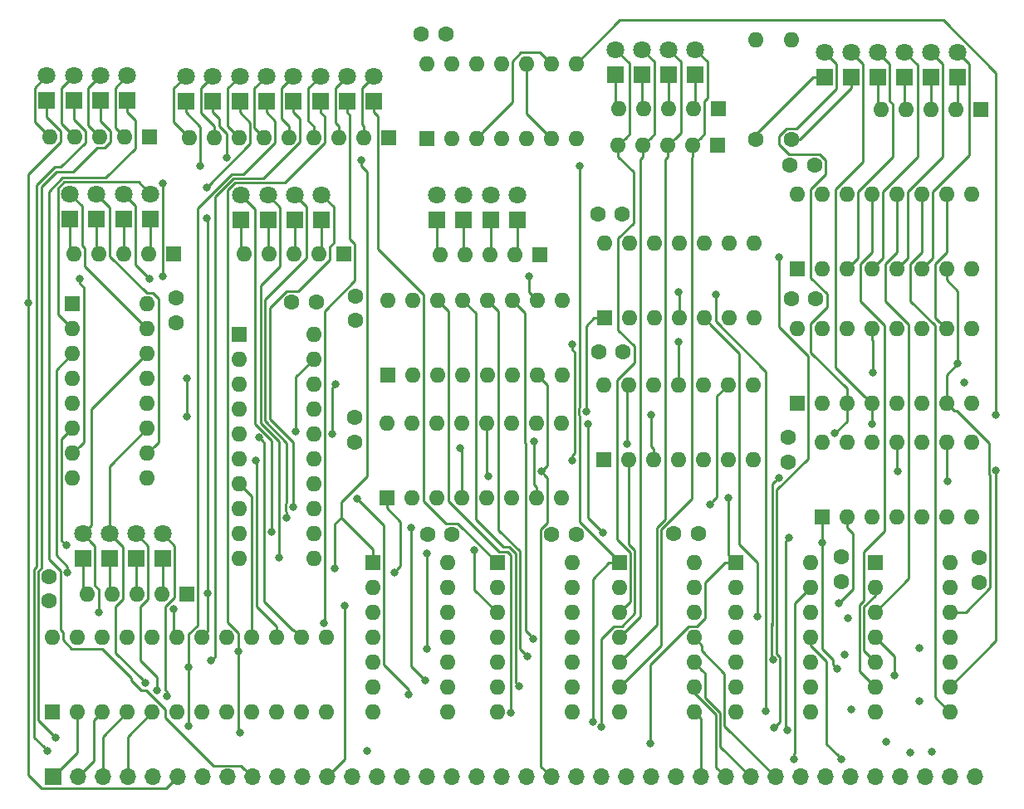
<source format=gbr>
G04 #@! TF.GenerationSoftware,KiCad,Pcbnew,(5.1.4-0-10_14)*
G04 #@! TF.CreationDate,2020-07-24T15:49:08-07:00*
G04 #@! TF.ProjectId,ya4b-alu,79613462-2d61-46c7-952e-6b696361645f,rev?*
G04 #@! TF.SameCoordinates,Original*
G04 #@! TF.FileFunction,Copper,L4,Bot*
G04 #@! TF.FilePolarity,Positive*
%FSLAX46Y46*%
G04 Gerber Fmt 4.6, Leading zero omitted, Abs format (unit mm)*
G04 Created by KiCad (PCBNEW (5.1.4-0-10_14)) date 2020-07-24 15:49:08*
%MOMM*%
%LPD*%
G04 APERTURE LIST*
%ADD10O,1.600000X1.600000*%
%ADD11R,1.600000X1.600000*%
%ADD12C,1.600000*%
%ADD13O,1.700000X1.700000*%
%ADD14R,1.700000X1.700000*%
%ADD15C,1.800000*%
%ADD16R,1.800000X1.800000*%
%ADD17C,0.800000*%
%ADD18C,0.250000*%
G04 APERTURE END LIST*
D10*
X109570520Y-143352520D03*
X101950520Y-158592520D03*
X109570520Y-145892520D03*
X101950520Y-156052520D03*
X109570520Y-148432520D03*
X101950520Y-153512520D03*
X109570520Y-150972520D03*
X101950520Y-150972520D03*
X109570520Y-153512520D03*
X101950520Y-148432520D03*
X109570520Y-156052520D03*
X101950520Y-145892520D03*
X109570520Y-158592520D03*
D11*
X101950520Y-143352520D03*
D10*
X122234960Y-143322040D03*
X114614960Y-158562040D03*
X122234960Y-145862040D03*
X114614960Y-156022040D03*
X122234960Y-148402040D03*
X114614960Y-153482040D03*
X122234960Y-150942040D03*
X114614960Y-150942040D03*
X122234960Y-153482040D03*
X114614960Y-148402040D03*
X122234960Y-156022040D03*
X114614960Y-145862040D03*
X122234960Y-158562040D03*
D11*
X114614960Y-143322040D03*
D10*
X103383080Y-129118360D03*
X121163080Y-136738360D03*
X105923080Y-129118360D03*
X118623080Y-136738360D03*
X108463080Y-129118360D03*
X116083080Y-136738360D03*
X111003080Y-129118360D03*
X113543080Y-136738360D03*
X113543080Y-129118360D03*
X111003080Y-136738360D03*
X116083080Y-129118360D03*
X108463080Y-136738360D03*
X118623080Y-129118360D03*
X105923080Y-136738360D03*
X121163080Y-129118360D03*
D11*
X103383080Y-136738360D03*
D10*
X95905320Y-120020080D03*
X88285320Y-142880080D03*
X95905320Y-122560080D03*
X88285320Y-140340080D03*
X95905320Y-125100080D03*
X88285320Y-137800080D03*
X95905320Y-127640080D03*
X88285320Y-135260080D03*
X95905320Y-130180080D03*
X88285320Y-132720080D03*
X95905320Y-132720080D03*
X88285320Y-130180080D03*
X95905320Y-135260080D03*
X88285320Y-127640080D03*
X95905320Y-137800080D03*
X88285320Y-125100080D03*
X95905320Y-140340080D03*
X88285320Y-122560080D03*
X95905320Y-142880080D03*
D11*
X88285320Y-120020080D03*
D10*
X160756600Y-143316960D03*
X153136600Y-158556960D03*
X160756600Y-145856960D03*
X153136600Y-156016960D03*
X160756600Y-148396960D03*
X153136600Y-153476960D03*
X160756600Y-150936960D03*
X153136600Y-150936960D03*
X160756600Y-153476960D03*
X153136600Y-148396960D03*
X160756600Y-156016960D03*
X153136600Y-145856960D03*
X160756600Y-158556960D03*
D11*
X153136600Y-143316960D03*
D10*
X107421680Y-92415360D03*
X122661680Y-100035360D03*
X109961680Y-92415360D03*
X120121680Y-100035360D03*
X112501680Y-92415360D03*
X117581680Y-100035360D03*
X115041680Y-92415360D03*
X115041680Y-100035360D03*
X117581680Y-92415360D03*
X112501680Y-100035360D03*
X120121680Y-92415360D03*
X109961680Y-100035360D03*
X122661680Y-92415360D03*
D11*
X107421680Y-100035360D03*
D10*
X147782280Y-131069080D03*
X163022280Y-138689080D03*
X150322280Y-131069080D03*
X160482280Y-138689080D03*
X152862280Y-131069080D03*
X157942280Y-138689080D03*
X155402280Y-131069080D03*
X155402280Y-138689080D03*
X157942280Y-131069080D03*
X152862280Y-138689080D03*
X160482280Y-131069080D03*
X150322280Y-138689080D03*
X163022280Y-131069080D03*
D11*
X147782280Y-138689080D03*
D10*
X125542040Y-110779560D03*
X140782040Y-118399560D03*
X128082040Y-110779560D03*
X138242040Y-118399560D03*
X130622040Y-110779560D03*
X135702040Y-118399560D03*
X133162040Y-110779560D03*
X133162040Y-118399560D03*
X135702040Y-110779560D03*
X130622040Y-118399560D03*
X138242040Y-110779560D03*
X128082040Y-118399560D03*
X140782040Y-110779560D03*
D11*
X125542040Y-118399560D03*
D10*
X125460760Y-125227080D03*
X140700760Y-132847080D03*
X128000760Y-125227080D03*
X138160760Y-132847080D03*
X130540760Y-125227080D03*
X135620760Y-132847080D03*
X133080760Y-125227080D03*
X133080760Y-132847080D03*
X135620760Y-125227080D03*
X130540760Y-132847080D03*
X138160760Y-125227080D03*
X128000760Y-132847080D03*
X140700760Y-125227080D03*
D11*
X125460760Y-132847080D03*
D10*
X146552920Y-143316960D03*
X138932920Y-158556960D03*
X146552920Y-145856960D03*
X138932920Y-156016960D03*
X146552920Y-148396960D03*
X138932920Y-153476960D03*
X146552920Y-150936960D03*
X138932920Y-150936960D03*
X146552920Y-153476960D03*
X138932920Y-148396960D03*
X146552920Y-156016960D03*
X138932920Y-145856960D03*
X146552920Y-158556960D03*
D11*
X138932920Y-143316960D03*
D10*
X134706360Y-143352520D03*
X127086360Y-158592520D03*
X134706360Y-145892520D03*
X127086360Y-156052520D03*
X134706360Y-148432520D03*
X127086360Y-153512520D03*
X134706360Y-150972520D03*
X127086360Y-150972520D03*
X134706360Y-153512520D03*
X127086360Y-148432520D03*
X134706360Y-156052520D03*
X127086360Y-145892520D03*
X134706360Y-158592520D03*
D11*
X127086360Y-143352520D03*
D10*
X145186400Y-105745280D03*
X162966400Y-113365280D03*
X147726400Y-105745280D03*
X160426400Y-113365280D03*
X150266400Y-105745280D03*
X157886400Y-113365280D03*
X152806400Y-105745280D03*
X155346400Y-113365280D03*
X155346400Y-105745280D03*
X152806400Y-113365280D03*
X157886400Y-105745280D03*
X150266400Y-113365280D03*
X160426400Y-105745280D03*
X147726400Y-113365280D03*
X162966400Y-105745280D03*
D11*
X145186400Y-113365280D03*
D10*
X145186400Y-119461280D03*
X162966400Y-127081280D03*
X147726400Y-119461280D03*
X160426400Y-127081280D03*
X150266400Y-119461280D03*
X157886400Y-127081280D03*
X152806400Y-119461280D03*
X155346400Y-127081280D03*
X155346400Y-119461280D03*
X152806400Y-127081280D03*
X157886400Y-119461280D03*
X150266400Y-127081280D03*
X160426400Y-119461280D03*
X147726400Y-127081280D03*
X162966400Y-119461280D03*
D11*
X145186400Y-127081280D03*
D10*
X103464360Y-116540280D03*
X121244360Y-124160280D03*
X106004360Y-116540280D03*
X118704360Y-124160280D03*
X108544360Y-116540280D03*
X116164360Y-124160280D03*
X111084360Y-116540280D03*
X113624360Y-124160280D03*
X113624360Y-116540280D03*
X111084360Y-124160280D03*
X116164360Y-116540280D03*
X108544360Y-124160280D03*
X118704360Y-116540280D03*
X106004360Y-124160280D03*
X121244360Y-116540280D03*
D11*
X103464360Y-124160280D03*
D10*
X78943200Y-116936520D03*
X71323200Y-134716520D03*
X78943200Y-119476520D03*
X71323200Y-132176520D03*
X78943200Y-122016520D03*
X71323200Y-129636520D03*
X78943200Y-124556520D03*
X71323200Y-127096520D03*
X78943200Y-127096520D03*
X71323200Y-124556520D03*
X78943200Y-129636520D03*
X71323200Y-122016520D03*
X78943200Y-132176520D03*
X71323200Y-119476520D03*
X78943200Y-134716520D03*
D11*
X71323200Y-116936520D03*
D10*
X69250560Y-150982680D03*
X97190560Y-158602680D03*
X71790560Y-150982680D03*
X94650560Y-158602680D03*
X74330560Y-150982680D03*
X92110560Y-158602680D03*
X76870560Y-150982680D03*
X89570560Y-158602680D03*
X79410560Y-150982680D03*
X87030560Y-158602680D03*
X81950560Y-150982680D03*
X84490560Y-158602680D03*
X84490560Y-150982680D03*
X81950560Y-158602680D03*
X87030560Y-150982680D03*
X79410560Y-158602680D03*
X89570560Y-150982680D03*
X76870560Y-158602680D03*
X92110560Y-150982680D03*
X74330560Y-158602680D03*
X94650560Y-150982680D03*
X71790560Y-158602680D03*
X97190560Y-150982680D03*
D11*
X69250560Y-158602680D03*
D10*
X153804660Y-97073720D03*
X156344660Y-97073720D03*
X158884660Y-97073720D03*
X161424660Y-97073720D03*
D11*
X163964660Y-97073720D03*
D10*
X126962920Y-100762540D03*
X129502920Y-100762540D03*
X132042920Y-100762540D03*
X134582920Y-100762540D03*
D11*
X137122920Y-100762540D03*
D10*
X127011180Y-97023660D03*
X129551180Y-97023660D03*
X132091180Y-97023660D03*
X134631180Y-97023660D03*
D11*
X137171180Y-97023660D03*
D10*
X72794940Y-146553520D03*
X75334940Y-146553520D03*
X77874940Y-146553520D03*
X80414940Y-146553520D03*
D11*
X82954940Y-146553520D03*
D10*
X88840140Y-111875560D03*
X91380140Y-111875560D03*
X93920140Y-111875560D03*
X96460140Y-111875560D03*
D11*
X99000140Y-111875560D03*
D10*
X108795820Y-111920020D03*
X111335820Y-111920020D03*
X113875820Y-111920020D03*
X116415820Y-111920020D03*
D11*
X118955820Y-111920020D03*
D10*
X71490840Y-111818420D03*
X74030840Y-111818420D03*
X76570840Y-111818420D03*
X79110840Y-111818420D03*
D11*
X81650840Y-111818420D03*
D10*
X83228180Y-99956620D03*
X85768180Y-99956620D03*
X88308180Y-99956620D03*
X90848180Y-99956620D03*
X93388180Y-99956620D03*
X95928180Y-99956620D03*
X98468180Y-99956620D03*
X101008180Y-99956620D03*
D11*
X103548180Y-99956620D03*
D10*
X68986400Y-99862640D03*
X71526400Y-99862640D03*
X74066400Y-99862640D03*
X76606400Y-99862640D03*
D11*
X79146400Y-99862640D03*
D10*
X144632680Y-90007440D03*
D12*
X144632680Y-100167440D03*
D10*
X140975080Y-90007440D03*
D12*
X140975080Y-100167440D03*
D13*
X163296600Y-165214300D03*
X160756600Y-165214300D03*
X158216600Y-165214300D03*
X155676600Y-165214300D03*
X153136600Y-165214300D03*
X150596600Y-165214300D03*
X148056600Y-165214300D03*
X145516600Y-165214300D03*
X142976600Y-165214300D03*
X140436600Y-165214300D03*
X137896600Y-165214300D03*
X135356600Y-165214300D03*
X132816600Y-165214300D03*
X130276600Y-165214300D03*
X127736600Y-165214300D03*
X125196600Y-165214300D03*
X122656600Y-165214300D03*
X120116600Y-165214300D03*
X117576600Y-165214300D03*
X115036600Y-165214300D03*
X112496600Y-165214300D03*
X109956600Y-165214300D03*
X107416600Y-165214300D03*
X104876600Y-165214300D03*
X102336600Y-165214300D03*
X99796600Y-165214300D03*
X97256600Y-165214300D03*
X94716600Y-165214300D03*
X92176600Y-165214300D03*
X89636600Y-165214300D03*
X87096600Y-165214300D03*
X84556600Y-165214300D03*
X82016600Y-165214300D03*
X79476600Y-165214300D03*
X76936600Y-165214300D03*
X74396600Y-165214300D03*
X71856600Y-165214300D03*
D14*
X69316600Y-165214300D03*
D15*
X161531340Y-91229180D03*
D16*
X161531340Y-93769180D03*
D15*
X158826240Y-91229180D03*
D16*
X158826240Y-93769180D03*
D15*
X156121140Y-91229180D03*
D16*
X156121140Y-93769180D03*
D15*
X153416040Y-91229180D03*
D16*
X153416040Y-93769180D03*
D15*
X150710940Y-91229180D03*
D16*
X150710940Y-93769180D03*
D15*
X147998220Y-91252040D03*
D16*
X147998220Y-93792040D03*
D15*
X134831840Y-90981000D03*
D16*
X134831840Y-93521000D03*
D15*
X132126740Y-90981000D03*
D16*
X132126740Y-93521000D03*
D15*
X129421640Y-90981000D03*
D16*
X129421640Y-93521000D03*
D15*
X126711460Y-90983540D03*
D16*
X126711460Y-93523540D03*
D15*
X80498760Y-140381320D03*
D16*
X80498760Y-142921320D03*
D15*
X77793660Y-140381320D03*
D16*
X77793660Y-142921320D03*
D15*
X75088560Y-140381320D03*
D16*
X75088560Y-142921320D03*
D15*
X72378380Y-140399100D03*
D16*
X72378380Y-142939100D03*
D15*
X96729380Y-105817660D03*
D16*
X96729380Y-108357660D03*
D15*
X93988720Y-105817660D03*
D16*
X93988720Y-108357660D03*
D15*
X91250600Y-105817660D03*
D16*
X91250600Y-108357660D03*
D15*
X88507400Y-105825280D03*
D16*
X88507400Y-108365280D03*
D15*
X116682520Y-105818940D03*
D16*
X116682520Y-108358940D03*
D15*
X113941860Y-105818940D03*
D16*
X113941860Y-108358940D03*
D15*
X111201200Y-105818940D03*
D16*
X111201200Y-108358940D03*
D15*
X108455460Y-105824020D03*
D16*
X108455460Y-108364020D03*
D15*
X79268320Y-105732580D03*
D16*
X79268320Y-108272580D03*
D15*
X76527660Y-105732580D03*
D16*
X76527660Y-108272580D03*
D15*
X73792080Y-105740200D03*
D16*
X73792080Y-108280200D03*
D15*
X71084440Y-105740200D03*
D16*
X71084440Y-108280200D03*
D15*
X102074980Y-93713300D03*
D16*
X102074980Y-96253300D03*
D15*
X99334320Y-93713300D03*
D16*
X99334320Y-96253300D03*
D15*
X96593660Y-93713300D03*
D16*
X96593660Y-96253300D03*
D15*
X93853000Y-93713300D03*
D16*
X93853000Y-96253300D03*
D15*
X91112340Y-93713300D03*
D16*
X91112340Y-96253300D03*
D15*
X88374220Y-93713300D03*
D16*
X88374220Y-96253300D03*
D15*
X85633560Y-93713300D03*
D16*
X85633560Y-96253300D03*
D15*
X82892900Y-93713300D03*
D16*
X82892900Y-96253300D03*
D15*
X76913740Y-93670120D03*
D16*
X76913740Y-96210120D03*
D15*
X74173080Y-93670120D03*
D16*
X74173080Y-96210120D03*
D15*
X71432420Y-93670120D03*
D16*
X71432420Y-96210120D03*
D15*
X68691760Y-93670120D03*
D16*
X68691760Y-96210120D03*
D12*
X144292320Y-133071240D03*
X144292320Y-130571240D03*
X149727920Y-145248000D03*
X149727920Y-142748000D03*
X132633080Y-140385800D03*
X135133080Y-140385800D03*
X127391800Y-107767120D03*
X124891800Y-107767120D03*
X81874360Y-118867560D03*
X81874360Y-116367560D03*
X146954880Y-102814120D03*
X144454880Y-102814120D03*
X147117440Y-116448840D03*
X144617440Y-116448840D03*
X120166760Y-140482320D03*
X122666760Y-140482320D03*
X127473080Y-121808240D03*
X124973080Y-121808240D03*
X109398440Y-89438480D03*
X106898440Y-89438480D03*
X163769040Y-145329280D03*
X163769040Y-142829280D03*
X100218240Y-118623720D03*
X100218240Y-116123720D03*
X93659320Y-116773960D03*
X96159320Y-116773960D03*
X100055680Y-131044320D03*
X100055680Y-128544320D03*
X107532800Y-140451840D03*
X110032800Y-140451840D03*
X68976240Y-144733640D03*
X68976240Y-147233640D03*
D17*
X66825859Y-116816921D03*
X68788280Y-162554920D03*
X80573880Y-114091720D03*
X80523080Y-104651650D03*
X117895109Y-114133790D03*
X69626480Y-161168080D03*
X149727920Y-163412010D03*
X84373720Y-102900480D03*
X123037600Y-102900480D03*
X124371239Y-159632193D03*
X100736400Y-102311200D03*
X81600040Y-148076920D03*
X98065478Y-143912750D03*
X87025900Y-102001740D03*
X85105240Y-146466560D03*
X85003640Y-108193840D03*
X85003640Y-105049320D03*
X104124085Y-144358638D03*
X83154520Y-154010360D03*
X144414240Y-140782040D03*
X144211040Y-160406080D03*
X83124040Y-160040320D03*
X85486240Y-153349960D03*
X149264665Y-154166949D03*
X147782280Y-141284960D03*
X88280240Y-152364440D03*
X138191240Y-136702800D03*
X130246120Y-161803080D03*
X101351080Y-162590480D03*
X88366600Y-160660080D03*
X96938881Y-149557521D03*
X149443440Y-147487640D03*
X94055309Y-129962894D03*
X79202280Y-114391440D03*
X72100440Y-114340640D03*
X91659870Y-140239777D03*
X112320327Y-142052727D03*
X92384880Y-142864840D03*
X107421680Y-152146000D03*
X107421680Y-142402560D03*
X93187520Y-138755120D03*
X105846880Y-139760960D03*
X107287505Y-155362531D03*
X93797120Y-137673080D03*
X105592880Y-156814520D03*
X100365560Y-136819640D03*
X73974960Y-148452840D03*
X78790800Y-155585158D03*
X70693280Y-141594840D03*
X79959200Y-156392880D03*
X70826251Y-144320150D03*
X80919320Y-157002480D03*
X149062440Y-130154680D03*
X125244023Y-160120324D03*
X152877520Y-129189480D03*
X123845320Y-129235200D03*
X125369320Y-140299440D03*
X99054920Y-147706080D03*
X143372840Y-112151160D03*
X142849662Y-160176453D03*
X154261601Y-161628039D03*
X156758640Y-162687000D03*
X158968440Y-162681920D03*
X161551401Y-123045439D03*
X119104250Y-134049610D03*
X144907000Y-163412010D03*
X90058240Y-132882640D03*
X90371505Y-130588176D03*
X133146800Y-120822720D03*
X152928320Y-123911360D03*
X155102558Y-154833320D03*
X150357840Y-149037040D03*
X141173200Y-148808440D03*
X165481000Y-128275080D03*
X160502600Y-135031480D03*
X143345021Y-134658221D03*
X142731330Y-153283688D03*
X150078440Y-152755600D03*
X157688280Y-152095200D03*
X127873760Y-131241800D03*
X157673040Y-157434280D03*
X150713440Y-158323280D03*
X162219640Y-124968000D03*
X130276600Y-128249680D03*
X123677680Y-127944880D03*
X136296400Y-137427810D03*
X133126480Y-115773200D03*
X136880600Y-116027200D03*
X142006320Y-158485840D03*
X122312590Y-121081752D03*
X122312590Y-132963534D03*
X155437840Y-134035800D03*
X165475920Y-133949440D03*
X118379240Y-130937000D03*
X97825560Y-130175000D03*
X98181160Y-125100080D03*
X110867351Y-131662010D03*
X113685320Y-134499621D03*
X83022440Y-124556520D03*
X83022440Y-128452880D03*
X118316749Y-151091130D03*
X117668040Y-152877520D03*
X116895880Y-155910280D03*
X116027200Y-158658560D03*
D18*
X68186401Y-99062641D02*
X68986400Y-99862640D01*
X67466759Y-98342999D02*
X68186401Y-99062641D01*
X67466759Y-94895121D02*
X67466759Y-98342999D01*
X68691760Y-93670120D02*
X67466759Y-94895121D01*
X66825859Y-146025881D02*
X66796058Y-145996080D01*
X66825859Y-103688183D02*
X66825859Y-116251236D01*
X66796058Y-145996080D02*
X66796058Y-117412407D01*
X66825859Y-116251236D02*
X66825859Y-116816921D01*
X82016600Y-165214300D02*
X80841599Y-166389301D01*
X66796058Y-117412407D02*
X66825859Y-117382606D01*
X68691760Y-97902998D02*
X70111401Y-99322639D01*
X70111401Y-100402641D02*
X66825859Y-103688183D01*
X80841599Y-166389301D02*
X68206599Y-166389301D01*
X70111401Y-99322639D02*
X70111401Y-100402641D01*
X68206599Y-166389301D02*
X66825859Y-165008561D01*
X66825859Y-165008561D02*
X66825859Y-146025881D01*
X68691760Y-96210120D02*
X68691760Y-97902998D01*
X66825859Y-117382606D02*
X66825859Y-116816921D01*
X70726401Y-99062641D02*
X71526400Y-99862640D01*
X70207419Y-98543659D02*
X70726401Y-99062641D01*
X70207419Y-94895121D02*
X70207419Y-98543659D01*
X71432420Y-93670120D02*
X70207419Y-94895121D01*
X70122360Y-102991058D02*
X69517840Y-102991058D01*
X72651401Y-100462017D02*
X70122360Y-102991058D01*
X69517840Y-102991058D02*
X67703269Y-104805629D01*
X68388281Y-162154921D02*
X68788280Y-162554920D01*
X67401228Y-161167868D02*
X68388281Y-162154921D01*
X67664839Y-143743628D02*
X67401228Y-144007239D01*
X71432420Y-96210120D02*
X71432420Y-98103658D01*
X71432420Y-98103658D02*
X72651401Y-99322639D01*
X67703269Y-104805629D02*
X67703269Y-143705199D01*
X67401228Y-144007239D02*
X67401228Y-161167868D01*
X67703269Y-143705199D02*
X67664839Y-143743628D01*
X72651401Y-99322639D02*
X72651401Y-100462017D01*
X80523080Y-113475235D02*
X80523080Y-105217335D01*
X80573880Y-114091720D02*
X80573880Y-113526035D01*
X80573880Y-113526035D02*
X80523080Y-113475235D01*
X80523080Y-105217335D02*
X80523080Y-104651650D01*
X117895109Y-115731029D02*
X117895109Y-114699475D01*
X117895109Y-114699475D02*
X117895109Y-114133790D01*
X118704360Y-116540280D02*
X117895109Y-115731029D01*
X73266401Y-99062641D02*
X74066400Y-99862640D01*
X72948079Y-98744319D02*
X73266401Y-99062641D01*
X72948079Y-94895121D02*
X72948079Y-98744319D01*
X74173080Y-93670120D02*
X72948079Y-94895121D01*
X159301399Y-118336279D02*
X159626401Y-118661281D01*
X159301399Y-112825279D02*
X159301399Y-118336279D01*
X160426400Y-111700278D02*
X159301399Y-112825279D01*
X159626401Y-118661281D02*
X160426400Y-119461280D01*
X160426400Y-105745280D02*
X160426400Y-111700278D01*
X71426362Y-103441068D02*
X69704241Y-103441068D01*
X75191401Y-99322639D02*
X75191401Y-100402641D01*
X67851239Y-159392839D02*
X69226481Y-160768081D01*
X75191401Y-100402641D02*
X74606401Y-100987641D01*
X74173080Y-96210120D02*
X74173080Y-98304318D01*
X69704241Y-103441068D02*
X68153280Y-104992029D01*
X67851239Y-144193639D02*
X67851239Y-159392839D01*
X68153280Y-143891598D02*
X67851239Y-144193639D01*
X68153280Y-104992029D02*
X68153280Y-143891598D01*
X74606401Y-100987641D02*
X73879788Y-100987641D01*
X74173080Y-98304318D02*
X75191401Y-99322639D01*
X69226481Y-160768081D02*
X69626480Y-161168080D01*
X73879788Y-100987641D02*
X71426362Y-103441068D01*
X75806401Y-99062641D02*
X76606400Y-99862640D01*
X75688739Y-98944979D02*
X75806401Y-99062641D01*
X75688739Y-94895121D02*
X75688739Y-98944979D01*
X76913740Y-93670120D02*
X75688739Y-94895121D01*
X77731401Y-98177781D02*
X77731401Y-101064279D01*
X78341198Y-156360962D02*
X78833844Y-156360962D01*
X70310039Y-104065188D02*
X68925440Y-105449787D01*
X71250559Y-152107681D02*
X74341917Y-152107681D01*
X68925440Y-105449787D02*
X68925440Y-143017838D01*
X80825559Y-158352677D02*
X80825559Y-159142681D01*
X88786601Y-164364301D02*
X89636600Y-165214300D01*
X77731401Y-101064279D02*
X74730491Y-104065188D01*
X70101241Y-144193639D02*
X70101241Y-150168359D01*
X68925440Y-143017838D02*
X70101241Y-144193639D01*
X70375561Y-150442679D02*
X70375561Y-151232683D01*
X85722177Y-164039299D02*
X88461599Y-164039299D01*
X78833844Y-156360962D02*
X80825559Y-158352677D01*
X74730491Y-104065188D02*
X70310039Y-104065188D01*
X74341917Y-152107681D02*
X77303798Y-155069562D01*
X77303798Y-155323562D02*
X78341198Y-156360962D01*
X70375561Y-151232683D02*
X71250559Y-152107681D01*
X76913740Y-96210120D02*
X76913740Y-97360120D01*
X88461599Y-164039299D02*
X88786601Y-164364301D01*
X80825559Y-159142681D02*
X85722177Y-164039299D01*
X70101241Y-150168359D02*
X70375561Y-150442679D01*
X76913740Y-97360120D02*
X77731401Y-98177781D01*
X77303798Y-155069562D02*
X77303798Y-155323562D01*
X146552920Y-150936960D02*
X146552920Y-151786400D01*
X146552920Y-151786400D02*
X148185039Y-153418519D01*
X149327921Y-163012011D02*
X149727920Y-163412010D01*
X148185039Y-153418519D02*
X148185039Y-161869129D01*
X148185039Y-161869129D02*
X149327921Y-163012011D01*
X81667899Y-98396339D02*
X82428181Y-99156621D01*
X81667899Y-94938301D02*
X81667899Y-98396339D01*
X82428181Y-99156621D02*
X83228180Y-99956620D01*
X82892900Y-93713300D02*
X81667899Y-94938301D01*
X82892900Y-96253300D02*
X82892900Y-97403300D01*
X82892900Y-97403300D02*
X84373720Y-98884120D01*
X84373720Y-98884120D02*
X84373720Y-102900480D01*
X123037600Y-102900480D02*
X123037600Y-127511958D01*
X123037600Y-139188158D02*
X127086360Y-143236918D01*
X123037600Y-127511958D02*
X122952679Y-127596879D01*
X122952679Y-128292881D02*
X123037600Y-128377802D01*
X123037600Y-128377802D02*
X123037600Y-139188158D01*
X127086360Y-143236918D02*
X127086360Y-143352520D01*
X122952679Y-127596879D02*
X122952679Y-128292881D01*
X124371239Y-159066508D02*
X124371239Y-159632193D01*
X126036360Y-143352520D02*
X124371239Y-145017641D01*
X127086360Y-143352520D02*
X126036360Y-143352520D01*
X124371239Y-145017641D02*
X124371239Y-159066508D01*
X84408559Y-97465629D02*
X85768180Y-98825250D01*
X85633560Y-93713300D02*
X84408559Y-94938301D01*
X85768180Y-98825250D02*
X85768180Y-99956620D01*
X84408559Y-94938301D02*
X84408559Y-97465629D01*
X101343241Y-103483726D02*
X101343241Y-134516079D01*
X100736400Y-102876885D02*
X101343241Y-103483726D01*
X100736400Y-102311200D02*
X100736400Y-102876885D01*
X101343241Y-134516079D02*
X98704400Y-137154920D01*
X98704400Y-137154920D02*
X98704400Y-138729720D01*
X101950520Y-141975840D02*
X101950520Y-143352520D01*
X98704400Y-138729720D02*
X101950520Y-141975840D01*
X81600040Y-150632160D02*
X81950560Y-150982680D01*
X81600040Y-148076920D02*
X81600040Y-150632160D01*
X98065478Y-139368642D02*
X98065478Y-143347065D01*
X98065478Y-143347065D02*
X98065478Y-143912750D01*
X98704400Y-138729720D02*
X98065478Y-139368642D01*
X85633560Y-96253300D02*
X85633560Y-97403300D01*
X85633560Y-97403300D02*
X86308181Y-98077921D01*
X86308181Y-98831619D02*
X87025900Y-99549338D01*
X86308181Y-98077921D02*
X86308181Y-98831619D01*
X87025900Y-101436055D02*
X87025900Y-102001740D01*
X87025900Y-99549338D02*
X87025900Y-101436055D01*
X87508181Y-99156621D02*
X88308180Y-99956620D01*
X87149219Y-98797659D02*
X87508181Y-99156621D01*
X87149219Y-94938301D02*
X87149219Y-98797659D01*
X88374220Y-93713300D02*
X87149219Y-94938301D01*
X85105240Y-150368000D02*
X84490560Y-150982680D01*
X85105240Y-146466560D02*
X85105240Y-150368000D01*
X85105240Y-146466560D02*
X85105240Y-108295440D01*
X85105240Y-108295440D02*
X85003640Y-108193840D01*
X89433181Y-100619779D02*
X89433181Y-98462261D01*
X88374220Y-97403300D02*
X88374220Y-96253300D01*
X85003640Y-105049320D02*
X89433181Y-100619779D01*
X89433181Y-98462261D02*
X88374220Y-97403300D01*
X104781719Y-139186999D02*
X104781719Y-143701004D01*
X103383080Y-136738360D02*
X103383080Y-137788360D01*
X104781719Y-143701004D02*
X104524084Y-143958639D01*
X103383080Y-137788360D02*
X104781719Y-139186999D01*
X104524084Y-143958639D02*
X104124085Y-144358638D01*
X89887339Y-98995779D02*
X90048181Y-99156621D01*
X90048181Y-99156621D02*
X90848180Y-99956620D01*
X89887339Y-94938301D02*
X89887339Y-98995779D01*
X91112340Y-93713300D02*
X89887339Y-94938301D01*
X84079941Y-107166915D02*
X84079941Y-149728297D01*
X83154520Y-150653718D02*
X83154520Y-153444675D01*
X91973181Y-98264141D02*
X91973181Y-100496621D01*
X91112340Y-96253300D02*
X91112340Y-97403300D01*
X87554219Y-103692637D02*
X84079941Y-107166915D01*
X91112340Y-97403300D02*
X91973181Y-98264141D01*
X84079941Y-149728297D02*
X83154520Y-150653718D01*
X88777165Y-103692637D02*
X87554219Y-103692637D01*
X83154520Y-153444675D02*
X83154520Y-154010360D01*
X91973181Y-100496621D02*
X88777165Y-103692637D01*
X144414240Y-140782040D02*
X144007840Y-141188440D01*
X144007840Y-160202880D02*
X144211040Y-160406080D01*
X144007840Y-141188440D02*
X144007840Y-160202880D01*
X83124040Y-154040840D02*
X83154520Y-154010360D01*
X83124040Y-160040320D02*
X83124040Y-154040840D01*
X92627999Y-98065069D02*
X93388180Y-98825250D01*
X93388180Y-98825250D02*
X93388180Y-99956620D01*
X92627999Y-94938301D02*
X92627999Y-98065069D01*
X93853000Y-93713300D02*
X92627999Y-94938301D01*
X87740619Y-104142648D02*
X85886239Y-105997028D01*
X90806021Y-104142648D02*
X87740619Y-104142648D01*
X85886239Y-152949961D02*
X85486240Y-153349960D01*
X93853000Y-96253300D02*
X93853000Y-97403300D01*
X93853000Y-97403300D02*
X94513181Y-98063481D01*
X94513181Y-98063481D02*
X94513181Y-100435488D01*
X94513181Y-100435488D02*
X90806021Y-104142648D01*
X85886239Y-105997028D02*
X85886239Y-152949961D01*
X147782280Y-152125680D02*
X148864666Y-153208066D01*
X148864666Y-153766950D02*
X149264665Y-154166949D01*
X147782280Y-138689080D02*
X147782280Y-141284960D01*
X148864666Y-153208066D02*
X148864666Y-153766950D01*
X147782280Y-141284960D02*
X147782280Y-152125680D01*
X95928180Y-98825250D02*
X95928180Y-99956620D01*
X95368659Y-98265729D02*
X95928180Y-98825250D01*
X95368659Y-94938301D02*
X95368659Y-98265729D01*
X96593660Y-93713300D02*
X95368659Y-94938301D01*
X87160319Y-105359359D02*
X87160319Y-149447437D01*
X87927019Y-104592659D02*
X87160319Y-105359359D01*
X92957143Y-104592659D02*
X87927019Y-104592659D01*
X97053181Y-97862821D02*
X97053181Y-100496621D01*
X96593660Y-97403300D02*
X97053181Y-97862821D01*
X96593660Y-96253300D02*
X96593660Y-97403300D01*
X97053181Y-100496621D02*
X92957143Y-104592659D01*
X87160319Y-149447437D02*
X88280240Y-150567358D01*
X88280240Y-150567358D02*
X88280240Y-152364440D01*
X138191240Y-142575280D02*
X138932920Y-143316960D01*
X138191240Y-136702800D02*
X138191240Y-142575280D01*
X134166359Y-149847519D02*
X130246120Y-153767758D01*
X135831361Y-148972521D02*
X134956363Y-149847519D01*
X138932920Y-143316960D02*
X137882920Y-143316960D01*
X134956363Y-149847519D02*
X134166359Y-149847519D01*
X135831361Y-145368519D02*
X135831361Y-148972521D01*
X137882920Y-143316960D02*
X135831361Y-145368519D01*
X130246120Y-153767758D02*
X130246120Y-161803080D01*
X88280240Y-160573720D02*
X88366600Y-160660080D01*
X88280240Y-152364440D02*
X88280240Y-160573720D01*
X98109319Y-98466389D02*
X98468180Y-98825250D01*
X98468180Y-98825250D02*
X98468180Y-99956620D01*
X98109319Y-94938301D02*
X98109319Y-98466389D01*
X99334320Y-93713300D02*
X98109319Y-94938301D01*
X97030321Y-117646637D02*
X97030321Y-149441119D01*
X100125141Y-114551817D02*
X97030321Y-117646637D01*
X99593181Y-97662161D02*
X99593181Y-110283599D01*
X99334320Y-97403300D02*
X99593181Y-97662161D01*
X100125141Y-110815559D02*
X100125141Y-114551817D01*
X99593181Y-110283599D02*
X100125141Y-110815559D01*
X99334320Y-96253300D02*
X99334320Y-97403300D01*
X96938881Y-149532559D02*
X96938881Y-149557521D01*
X97030321Y-149441119D02*
X96938881Y-149532559D01*
X150852921Y-140351091D02*
X150852921Y-146078159D01*
X150322280Y-139820450D02*
X150852921Y-140351091D01*
X150322280Y-138689080D02*
X150322280Y-139820450D01*
X150852921Y-146078159D02*
X149443440Y-147487640D01*
X101008180Y-98825250D02*
X101008180Y-99956620D01*
X100849979Y-98667049D02*
X101008180Y-98825250D01*
X100849979Y-94938301D02*
X100849979Y-98667049D01*
X102074980Y-93713300D02*
X100849979Y-94938301D01*
X109386557Y-139326839D02*
X110619759Y-139326839D01*
X107129361Y-137069643D02*
X109386557Y-139326839D01*
X102423179Y-111294097D02*
X107129361Y-116000279D01*
X102074980Y-97403300D02*
X102423179Y-97751499D01*
X110619759Y-139326839D02*
X114614960Y-143322040D01*
X107129361Y-116000279D02*
X107129361Y-137069643D01*
X102074980Y-96253300D02*
X102074980Y-97403300D01*
X102423179Y-97751499D02*
X102423179Y-111294097D01*
X78143201Y-118676521D02*
X78943200Y-119476520D01*
X72309441Y-110972019D02*
X72615841Y-111278419D01*
X72309441Y-106965201D02*
X72309441Y-110972019D01*
X72615841Y-113149161D02*
X78143201Y-118676521D01*
X72615841Y-111278419D02*
X72615841Y-113149161D01*
X71084440Y-105740200D02*
X72309441Y-106965201D01*
X71084440Y-111412020D02*
X71490840Y-111818420D01*
X71084440Y-108280200D02*
X71084440Y-111412020D01*
X75155841Y-112068423D02*
X78898937Y-115811519D01*
X78898937Y-115811519D02*
X79483201Y-115811519D01*
X75155841Y-107103961D02*
X75155841Y-112068423D01*
X79483201Y-115811519D02*
X80068201Y-116396519D01*
X80068201Y-116396519D02*
X80068201Y-131051519D01*
X73792080Y-105740200D02*
X75155841Y-107103961D01*
X80068201Y-131051519D02*
X79743199Y-131376521D01*
X79743199Y-131376521D02*
X78943200Y-132176520D01*
X95905320Y-122560080D02*
X94055309Y-124410091D01*
X94055309Y-124410091D02*
X94055309Y-129397209D01*
X94055309Y-129397209D02*
X94055309Y-129962894D01*
X73792080Y-111579660D02*
X74030840Y-111818420D01*
X73792080Y-108280200D02*
X73792080Y-111579660D01*
X77752661Y-112941821D02*
X79202280Y-114391440D01*
X76527660Y-105732580D02*
X77752661Y-106957581D01*
X77752661Y-106957581D02*
X77752661Y-112941821D01*
X72448201Y-131051519D02*
X72123199Y-131376521D01*
X72448201Y-115254086D02*
X72448201Y-131051519D01*
X72100440Y-114906325D02*
X72448201Y-115254086D01*
X72123199Y-131376521D02*
X71323200Y-132176520D01*
X72100440Y-114340640D02*
X72100440Y-114906325D01*
X76527660Y-111775240D02*
X76570840Y-111818420D01*
X76527660Y-108272580D02*
X76527660Y-111775240D01*
X70523201Y-118676521D02*
X71323200Y-119476520D01*
X79268320Y-105732580D02*
X78043319Y-104507579D01*
X70496439Y-104515199D02*
X69859439Y-105152199D01*
X69859439Y-118012759D02*
X70523201Y-118676521D01*
X69859439Y-105152199D02*
X69859439Y-118012759D01*
X78043319Y-104507579D02*
X74924511Y-104507579D01*
X74924511Y-104507579D02*
X74916891Y-104515199D01*
X74916891Y-104515199D02*
X70496439Y-104515199D01*
X79268320Y-111660940D02*
X79110840Y-111818420D01*
X79268320Y-108272580D02*
X79268320Y-111660940D01*
X108455460Y-111579660D02*
X108795820Y-111920020D01*
X108455460Y-108364020D02*
X108455460Y-111579660D01*
X111201200Y-111785400D02*
X111335820Y-111920020D01*
X111201200Y-108358940D02*
X111201200Y-111785400D01*
X113941860Y-111853980D02*
X113875820Y-111920020D01*
X113941860Y-108358940D02*
X113941860Y-111853980D01*
X116682520Y-111653320D02*
X116415820Y-111920020D01*
X116682520Y-108358940D02*
X116682520Y-111653320D01*
X88507400Y-105825280D02*
X89965141Y-107283021D01*
X91659870Y-130851222D02*
X91659870Y-139674092D01*
X89965141Y-129156493D02*
X91659870Y-130851222D01*
X89965141Y-107283021D02*
X89965141Y-129156493D01*
X91659870Y-139674092D02*
X91659870Y-140239777D01*
X114614960Y-148402040D02*
X112320327Y-146107407D01*
X112320327Y-146107407D02*
X112320327Y-142618412D01*
X112320327Y-142618412D02*
X112320327Y-142052727D01*
X88507400Y-111542820D02*
X88840140Y-111875560D01*
X88507400Y-108365280D02*
X88507400Y-111542820D01*
X92505141Y-107072201D02*
X92505141Y-113102779D01*
X90514578Y-115093342D02*
X90514578Y-129069520D01*
X91250600Y-105817660D02*
X92505141Y-107072201D01*
X92505141Y-113102779D02*
X90514578Y-115093342D01*
X90514578Y-129069520D02*
X92384880Y-130939821D01*
X92384880Y-130939821D02*
X92384880Y-142299155D01*
X92384880Y-142299155D02*
X92384880Y-142864840D01*
X107421680Y-152146000D02*
X107421680Y-142402560D01*
X91250600Y-111746020D02*
X91380140Y-111875560D01*
X91250600Y-108357660D02*
X91250600Y-111746020D01*
X95213721Y-112246981D02*
X90964589Y-116496113D01*
X90964589Y-116496113D02*
X90964589Y-128883120D01*
X93187520Y-138189435D02*
X93187520Y-138755120D01*
X93988720Y-105817660D02*
X95213721Y-107042661D01*
X90964589Y-128883120D02*
X93187520Y-131106050D01*
X93187520Y-137209676D02*
X93072118Y-137325078D01*
X93187520Y-131106050D02*
X93187520Y-137209676D01*
X95213721Y-107042661D02*
X95213721Y-112246981D01*
X93072118Y-137325078D02*
X93072118Y-138074033D01*
X93072118Y-138074033D02*
X93187520Y-138189435D01*
X105846880Y-139760960D02*
X105846880Y-153921906D01*
X105846880Y-153921906D02*
X106887506Y-154962532D01*
X106887506Y-154962532D02*
X107287505Y-155362531D01*
X93988720Y-111806980D02*
X93920140Y-111875560D01*
X93988720Y-108357660D02*
X93988720Y-111806980D01*
X93119319Y-115648959D02*
X91414600Y-117353678D01*
X94351743Y-115648959D02*
X93119319Y-115648959D01*
X97585141Y-112415561D02*
X94351743Y-115648959D01*
X96729380Y-105817660D02*
X97954381Y-107042661D01*
X97585141Y-111105557D02*
X97585141Y-112415561D01*
X97954381Y-110736317D02*
X97585141Y-111105557D01*
X97954381Y-107042661D02*
X97954381Y-110736317D01*
X91414600Y-117353678D02*
X91414600Y-128696720D01*
X91414600Y-128696720D02*
X93797120Y-131079240D01*
X93797120Y-131079240D02*
X93797120Y-137673080D01*
X103075521Y-153731476D02*
X103075521Y-139529601D01*
X105592880Y-156248835D02*
X103075521Y-153731476D01*
X105592880Y-156814520D02*
X105592880Y-156248835D01*
X103075521Y-139529601D02*
X100365560Y-136819640D01*
X96729380Y-111606320D02*
X96460140Y-111875560D01*
X96729380Y-108357660D02*
X96729380Y-111606320D01*
X73278379Y-141299099D02*
X72378380Y-140399100D01*
X73603381Y-141624101D02*
X73278379Y-141299099D01*
X73974960Y-146068538D02*
X73603381Y-145696959D01*
X73603381Y-145696959D02*
X73603381Y-141624101D01*
X73974960Y-148452840D02*
X73974960Y-146068538D01*
X73278379Y-127681341D02*
X73278379Y-139499101D01*
X78943200Y-122016520D02*
X73278379Y-127681341D01*
X73278379Y-139499101D02*
X72378380Y-140399100D01*
X72378380Y-146136960D02*
X72794940Y-146553520D01*
X72378380Y-142939100D02*
X72378380Y-146136960D01*
X75088560Y-133491160D02*
X75088560Y-140381320D01*
X78943200Y-129636520D02*
X75088560Y-133491160D01*
X76459941Y-147093521D02*
X75745559Y-147807903D01*
X75745559Y-152539917D02*
X78390801Y-155185159D01*
X75745559Y-147807903D02*
X75745559Y-152539917D01*
X75088560Y-140381320D02*
X76459941Y-141752701D01*
X76459941Y-141752701D02*
X76459941Y-147093521D01*
X78390801Y-155185159D02*
X78790800Y-155585158D01*
X75088560Y-146307140D02*
X75334940Y-146553520D01*
X75088560Y-142921320D02*
X75088560Y-146307140D01*
X70198199Y-130761521D02*
X70198199Y-141099759D01*
X71323200Y-129636520D02*
X70198199Y-130761521D01*
X70198199Y-141099759D02*
X70693280Y-141594840D01*
X79018661Y-147074801D02*
X78285559Y-147807903D01*
X78285559Y-153361074D02*
X79959200Y-155034715D01*
X77793660Y-140381320D02*
X79018661Y-141606321D01*
X78285559Y-147807903D02*
X78285559Y-153361074D01*
X79959200Y-155827195D02*
X79959200Y-156392880D01*
X79018661Y-141606321D02*
X79018661Y-147074801D01*
X79959200Y-155034715D02*
X79959200Y-155827195D01*
X77793660Y-146472240D02*
X77874940Y-146553520D01*
X77793660Y-142921320D02*
X77793660Y-146472240D01*
X69684471Y-123655249D02*
X69684471Y-142612685D01*
X69684471Y-142612685D02*
X70826251Y-143754465D01*
X71323200Y-122016520D02*
X69684471Y-123655249D01*
X70826251Y-143754465D02*
X70826251Y-144320150D01*
X80498760Y-140381320D02*
X81723761Y-141606321D01*
X80919320Y-156436795D02*
X80919320Y-157002480D01*
X81723761Y-141606321D02*
X81723761Y-146909701D01*
X81723761Y-146909701D02*
X80825559Y-147807903D01*
X80825559Y-147807903D02*
X80825559Y-156343034D01*
X80825559Y-156343034D02*
X80919320Y-156436795D01*
X80498760Y-146469700D02*
X80414940Y-146553520D01*
X80498760Y-142921320D02*
X80498760Y-146469700D01*
X127762919Y-99962541D02*
X126962920Y-100762540D01*
X128136181Y-99589279D02*
X127762919Y-99962541D01*
X128136181Y-92408261D02*
X128136181Y-99589279D01*
X126711460Y-90983540D02*
X128136181Y-92408261D01*
X127886359Y-147632521D02*
X127086360Y-148432520D01*
X126875759Y-140956917D02*
X128211361Y-142292519D01*
X126875759Y-124687079D02*
X126875759Y-140956917D01*
X128598081Y-122964757D02*
X126875759Y-124687079D01*
X128598081Y-121268239D02*
X128598081Y-122964757D01*
X126957039Y-119627197D02*
X128598081Y-121268239D01*
X126957039Y-110239559D02*
X126957039Y-119627197D01*
X128516801Y-108679797D02*
X126957039Y-110239559D01*
X128516801Y-103447791D02*
X128516801Y-108679797D01*
X128211361Y-147307519D02*
X127886359Y-147632521D01*
X128211361Y-142292519D02*
X128211361Y-147307519D01*
X126962920Y-101893910D02*
X128516801Y-103447791D01*
X126962920Y-100762540D02*
X126962920Y-101893910D01*
X126711460Y-96723940D02*
X127011180Y-97023660D01*
X126711460Y-93523540D02*
X126711460Y-96723940D01*
X130676181Y-99589279D02*
X130302919Y-99962541D01*
X130302919Y-99962541D02*
X129502920Y-100762540D01*
X130676181Y-92235541D02*
X130676181Y-99589279D01*
X129421640Y-90981000D02*
X130676181Y-92235541D01*
X127886359Y-150172521D02*
X127086360Y-150972520D01*
X129207041Y-148851839D02*
X127886359Y-150172521D01*
X129207041Y-102189789D02*
X129207041Y-148851839D01*
X129502920Y-101893910D02*
X129207041Y-102189789D01*
X129502920Y-100762540D02*
X129502920Y-101893910D01*
X129421640Y-96894120D02*
X129551180Y-97023660D01*
X129421640Y-93521000D02*
X129421640Y-96894120D01*
X132842919Y-99962541D02*
X132042920Y-100762540D01*
X133351741Y-99453719D02*
X132842919Y-99962541D01*
X133351741Y-92206001D02*
X133351741Y-99453719D01*
X132126740Y-90981000D02*
X133351741Y-92206001D01*
X132042920Y-101893910D02*
X131780280Y-102156550D01*
X132042920Y-100762540D02*
X132042920Y-101893910D01*
X131780280Y-138937187D02*
X130921760Y-139795707D01*
X131780280Y-102156550D02*
X131780280Y-138937187D01*
X130921760Y-149677120D02*
X127086360Y-153512520D01*
X130921760Y-139795707D02*
X130921760Y-149677120D01*
X132126740Y-96988100D02*
X132091180Y-97023660D01*
X132126740Y-93521000D02*
X132126740Y-96988100D01*
X135756181Y-99589279D02*
X135382919Y-99962541D01*
X135756181Y-96253657D02*
X135756181Y-99589279D01*
X136056841Y-95952997D02*
X135756181Y-96253657D01*
X135382919Y-99962541D02*
X134582920Y-100762540D01*
X136056841Y-92206001D02*
X136056841Y-95952997D01*
X134831840Y-90981000D02*
X136056841Y-92206001D01*
X134582920Y-101893910D02*
X134495759Y-101981071D01*
X127886359Y-155252521D02*
X127086360Y-156052520D01*
X134495759Y-136858118D02*
X131371771Y-139982106D01*
X134582920Y-100762540D02*
X134582920Y-101893910D01*
X131371771Y-139982106D02*
X131371771Y-151767109D01*
X134495759Y-101981071D02*
X134495759Y-136858118D01*
X131371771Y-151767109D02*
X127886359Y-155252521D01*
X134831840Y-96823000D02*
X134631180Y-97023660D01*
X134831840Y-93521000D02*
X134831840Y-96823000D01*
X150266400Y-128950720D02*
X150266400Y-127081280D01*
X149062440Y-130154680D02*
X150266400Y-128950720D01*
X148079881Y-103726797D02*
X146601399Y-105205279D01*
X147998220Y-91252040D02*
X149223221Y-92477041D01*
X149223221Y-92477041D02*
X149223221Y-94952041D01*
X144092679Y-99042439D02*
X143329879Y-99805239D01*
X144376359Y-101689119D02*
X147494881Y-101689119D01*
X148079881Y-102274119D02*
X148079881Y-103726797D01*
X149223221Y-94952041D02*
X145132823Y-99042439D01*
X146601399Y-105205279D02*
X146601399Y-114267797D01*
X150266400Y-125569871D02*
X150266400Y-125949910D01*
X146601399Y-118921279D02*
X146601399Y-121904870D01*
X146601399Y-114267797D02*
X148242441Y-115908839D01*
X143329879Y-100642639D02*
X144376359Y-101689119D01*
X148242441Y-115908839D02*
X148242441Y-117280237D01*
X148242441Y-117280237D02*
X146601399Y-118921279D01*
X147494881Y-101689119D02*
X148079881Y-102274119D01*
X145132823Y-99042439D02*
X144092679Y-99042439D01*
X143329879Y-99805239D02*
X143329879Y-100642639D01*
X146601399Y-121904870D02*
X150266400Y-125569871D01*
X150266400Y-125949910D02*
X150266400Y-127081280D01*
X127336363Y-149847519D02*
X126546359Y-149847519D01*
X126546359Y-149847519D02*
X125244023Y-151149855D01*
X128661372Y-142106119D02*
X128661372Y-148522510D01*
X128000760Y-132847080D02*
X128000760Y-141445507D01*
X125244023Y-151149855D02*
X125244023Y-159554639D01*
X128000760Y-141445507D02*
X128661372Y-142106119D01*
X128661372Y-148522510D02*
X127336363Y-149847519D01*
X125244023Y-159554639D02*
X125244023Y-160120324D01*
X146848220Y-93792040D02*
X140975080Y-99665180D01*
X147998220Y-93792040D02*
X146848220Y-93792040D01*
X140975080Y-99665180D02*
X140975080Y-100167440D01*
X152006401Y-126281281D02*
X152806400Y-127081280D01*
X149141399Y-123416279D02*
X152006401Y-126281281D01*
X149141399Y-105205279D02*
X149141399Y-123416279D01*
X151935941Y-102410737D02*
X149141399Y-105205279D01*
X151935941Y-92454181D02*
X151935941Y-102410737D01*
X150710940Y-91229180D02*
X151935941Y-92454181D01*
X152806400Y-128212650D02*
X152877520Y-128283770D01*
X152806400Y-127081280D02*
X152806400Y-128212650D01*
X152877520Y-128283770D02*
X152877520Y-129189480D01*
X123845320Y-129235200D02*
X123845320Y-138724640D01*
X125369320Y-140248640D02*
X125369320Y-140299440D01*
X123845320Y-138724640D02*
X125369320Y-140248640D01*
X99054920Y-163415980D02*
X97256600Y-165214300D01*
X99054920Y-147706080D02*
X99054920Y-163415980D01*
X150710940Y-93769180D02*
X150710940Y-94919180D01*
X150710940Y-94919180D02*
X145462680Y-100167440D01*
X145462680Y-100167440D02*
X144632680Y-100167440D01*
X151066399Y-112565281D02*
X150266400Y-113365280D01*
X151391401Y-112240279D02*
X151066399Y-112565281D01*
X151391401Y-105495277D02*
X151391401Y-112240279D01*
X154929661Y-101957017D02*
X151391401Y-105495277D01*
X154641041Y-96245099D02*
X154929661Y-96533719D01*
X154929661Y-96533719D02*
X154929661Y-101957017D01*
X154641041Y-92454181D02*
X154641041Y-96245099D01*
X153416040Y-91229180D02*
X154641041Y-92454181D01*
X143462043Y-159564072D02*
X143249661Y-159776454D01*
X146311401Y-132717161D02*
X143118840Y-135909722D01*
X143372840Y-119312722D02*
X146311401Y-122251283D01*
X143462043Y-152972640D02*
X143462043Y-159564072D01*
X143249661Y-159776454D02*
X142849662Y-160176453D01*
X143118840Y-152629437D02*
X143462043Y-152972640D01*
X143118840Y-135909722D02*
X143118840Y-152629437D01*
X146311401Y-122251283D02*
X146311401Y-132717161D01*
X143372840Y-112151160D02*
X143372840Y-119312722D01*
X153416040Y-96685100D02*
X153804660Y-97073720D01*
X153416040Y-93769180D02*
X153416040Y-96685100D01*
X153606399Y-112565281D02*
X152806400Y-113365280D01*
X153931401Y-112240279D02*
X153606399Y-112565281D01*
X157469661Y-101957017D02*
X153931401Y-105495277D01*
X153931401Y-105495277D02*
X153931401Y-112240279D01*
X157469661Y-92577701D02*
X157469661Y-101957017D01*
X156121140Y-91229180D02*
X157469661Y-92577701D01*
X156121140Y-96850200D02*
X156344660Y-97073720D01*
X156121140Y-93769180D02*
X156121140Y-96850200D01*
X156471401Y-112240279D02*
X156146399Y-112565281D01*
X156471401Y-105495277D02*
X156471401Y-112240279D01*
X156146399Y-112565281D02*
X155346400Y-113365280D01*
X160051241Y-101915437D02*
X156471401Y-105495277D01*
X160051241Y-92454181D02*
X160051241Y-101915437D01*
X158826240Y-91229180D02*
X160051241Y-92454181D01*
X158826240Y-97015300D02*
X158884660Y-97073720D01*
X158826240Y-93769180D02*
X158826240Y-97015300D01*
X158686399Y-112565281D02*
X157886400Y-113365280D01*
X159011401Y-112240279D02*
X158686399Y-112565281D01*
X159011401Y-105495277D02*
X159011401Y-112240279D01*
X162756341Y-101750337D02*
X159011401Y-105495277D01*
X162756341Y-92454181D02*
X162756341Y-101750337D01*
X161531340Y-91229180D02*
X162756341Y-92454181D01*
X161531340Y-96967040D02*
X161424660Y-97073720D01*
X161531340Y-93769180D02*
X161531340Y-96967040D01*
X161551401Y-115621651D02*
X161551401Y-123045439D01*
X160426400Y-114496650D02*
X161551401Y-115621651D01*
X160426400Y-113365280D02*
X160426400Y-114496650D01*
X161226399Y-127881279D02*
X161499481Y-127881279D01*
X161499481Y-127881279D02*
X164750919Y-131132717D01*
X164750919Y-131132717D02*
X164750919Y-134297441D01*
X160426400Y-127081280D02*
X161226399Y-127881279D01*
X164750919Y-134297441D02*
X164894041Y-134440563D01*
X164894041Y-134440563D02*
X164894041Y-145869281D01*
X162366362Y-148396960D02*
X161887970Y-148396960D01*
X164894041Y-145869281D02*
X162366362Y-148396960D01*
X161887970Y-148396960D02*
X160756600Y-148396960D01*
X160426400Y-124170440D02*
X160426400Y-125949910D01*
X161551401Y-123045439D02*
X160426400Y-124170440D01*
X160426400Y-125949910D02*
X160426400Y-127081280D01*
X119504249Y-133649611D02*
X119104250Y-134049610D01*
X120116600Y-165214300D02*
X119041759Y-164139459D01*
X119748081Y-139235997D02*
X119748081Y-134693441D01*
X119748081Y-134693441D02*
X119504249Y-134449609D01*
X119041759Y-164139459D02*
X119041759Y-139942319D01*
X119041759Y-139942319D02*
X119748081Y-139235997D01*
X119504249Y-134449609D02*
X119104250Y-134049610D01*
X118704360Y-124160280D02*
X119748081Y-125204001D01*
X119748081Y-125204001D02*
X119748081Y-133405779D01*
X119748081Y-133405779D02*
X119504249Y-133649611D01*
X146552920Y-145856960D02*
X144936042Y-147473838D01*
X144936042Y-147473838D02*
X144936042Y-162817283D01*
X144907000Y-162846325D02*
X144907000Y-163412010D01*
X144936042Y-162817283D02*
X144907000Y-162846325D01*
X76936600Y-161076640D02*
X76936600Y-165214300D01*
X79410560Y-158602680D02*
X76936600Y-161076640D01*
X74396600Y-161076640D02*
X74396600Y-165214300D01*
X76870560Y-158602680D02*
X74396600Y-161076640D01*
X73530561Y-163540339D02*
X72706599Y-164364301D01*
X72706599Y-164364301D02*
X71856600Y-165214300D01*
X73530561Y-159402679D02*
X73530561Y-163540339D01*
X74330560Y-158602680D02*
X73530561Y-159402679D01*
X71790560Y-162740340D02*
X69316600Y-165214300D01*
X71790560Y-158602680D02*
X71790560Y-162740340D01*
X89570560Y-136545320D02*
X88285320Y-135260080D01*
X89570560Y-150982680D02*
X89570560Y-136545320D01*
X92110560Y-149851310D02*
X90109040Y-147849790D01*
X92110560Y-150982680D02*
X92110560Y-149851310D01*
X90109040Y-132933440D02*
X90058240Y-132882640D01*
X90109040Y-147849790D02*
X90109040Y-132933440D01*
X90898504Y-131115175D02*
X90771504Y-130988175D01*
X90898504Y-147327144D02*
X90898504Y-131115175D01*
X93850561Y-150182681D02*
X93754041Y-150182681D01*
X90771504Y-130988175D02*
X90371505Y-130588176D01*
X94650560Y-150982680D02*
X93850561Y-150182681D01*
X93754041Y-150182681D02*
X90898504Y-147327144D01*
X133080760Y-120888760D02*
X133146800Y-120822720D01*
X133080760Y-125227080D02*
X133080760Y-120888760D01*
X152806400Y-120592650D02*
X152928320Y-120714570D01*
X152806400Y-119461280D02*
X152806400Y-120592650D01*
X152928320Y-120714570D02*
X152928320Y-123911360D01*
X155102558Y-152902918D02*
X153136600Y-150936960D01*
X155102558Y-154833320D02*
X155102558Y-152902918D01*
X152806400Y-111700278D02*
X151681399Y-112825279D01*
X152011599Y-147220549D02*
X151561588Y-147670559D01*
X154137360Y-119127238D02*
X154137360Y-140131198D01*
X152336601Y-155216961D02*
X153136600Y-156016960D01*
X151681399Y-116671277D02*
X154137360Y-119127238D01*
X151561588Y-147670559D02*
X151561588Y-154441948D01*
X152806400Y-105745280D02*
X152806400Y-111700278D01*
X152011599Y-142256959D02*
X152011599Y-147220549D01*
X154137360Y-140131198D02*
X152011599Y-142256959D01*
X151681399Y-112825279D02*
X151681399Y-116671277D01*
X151561588Y-154441948D02*
X152336601Y-155216961D01*
X154221399Y-116671277D02*
X156565600Y-119015478D01*
X154221399Y-112825279D02*
X154221399Y-116671277D01*
X155346400Y-111700278D02*
X154221399Y-112825279D01*
X155346400Y-105745280D02*
X155346400Y-111700278D01*
X156565600Y-144967960D02*
X153136600Y-148396960D01*
X156565600Y-119015478D02*
X156565600Y-144967960D01*
X156761399Y-116671277D02*
X159252920Y-119162798D01*
X156761399Y-112825279D02*
X156761399Y-116671277D01*
X157886400Y-111700278D02*
X156761399Y-112825279D01*
X157886400Y-105745280D02*
X157886400Y-111700278D01*
X159252920Y-157053280D02*
X160573720Y-158374080D01*
X159252920Y-119162798D02*
X159252920Y-157053280D01*
X160573720Y-158374080D02*
X160756600Y-158556960D01*
X139285761Y-121983281D02*
X136502039Y-119199559D01*
X136502039Y-119199559D02*
X135702040Y-118399560D01*
X139285761Y-141484799D02*
X139285761Y-121983281D01*
X141173200Y-143372238D02*
X139285761Y-141484799D01*
X141173200Y-148808440D02*
X141173200Y-143372238D01*
X122661680Y-92415360D02*
X127111760Y-87965280D01*
X127111760Y-87965280D02*
X140324840Y-87965280D01*
X160080442Y-87965280D02*
X165481000Y-93365838D01*
X140324840Y-87965280D02*
X160080442Y-87965280D01*
X165481000Y-93365838D02*
X165481000Y-128275080D01*
X160482280Y-135011160D02*
X160502600Y-135031480D01*
X160482280Y-131069080D02*
X160482280Y-135011160D01*
X142668829Y-135334413D02*
X142945022Y-135058220D01*
X142945022Y-135058220D02*
X143345021Y-134658221D01*
X142668829Y-149486189D02*
X142668829Y-135334413D01*
X142668829Y-149741051D02*
X142668829Y-149486189D01*
X142668829Y-149486189D02*
X142613165Y-149541853D01*
X142613165Y-149541853D02*
X142613165Y-153165523D01*
X142613165Y-153165523D02*
X142731330Y-153283688D01*
X152336601Y-152676961D02*
X153136600Y-153476960D01*
X152011599Y-147856959D02*
X152011599Y-152351959D01*
X153136600Y-145856960D02*
X153136600Y-146731958D01*
X153136600Y-146731958D02*
X152011599Y-147856959D01*
X152011599Y-152351959D02*
X152336601Y-152676961D01*
X127873760Y-125354080D02*
X128000760Y-125227080D01*
X127873760Y-131241800D02*
X127873760Y-125354080D01*
X130540760Y-131715710D02*
X130276600Y-131451550D01*
X130540760Y-132847080D02*
X130540760Y-131715710D01*
X130276600Y-131451550D02*
X130276600Y-128249680D01*
X124492040Y-118399560D02*
X125542040Y-118399560D01*
X123677680Y-119213920D02*
X124492040Y-118399560D01*
X123677680Y-127944880D02*
X123677680Y-119213920D01*
X137035759Y-136688451D02*
X136696399Y-137027811D01*
X137035759Y-126352081D02*
X137035759Y-136688451D01*
X138160760Y-125227080D02*
X137035759Y-126352081D01*
X136696399Y-137027811D02*
X136296400Y-137427810D01*
X133162040Y-115808760D02*
X133126480Y-115773200D01*
X133162040Y-118399560D02*
X133162040Y-115808760D01*
X136880600Y-118703122D02*
X142006320Y-123828842D01*
X136880600Y-116027200D02*
X136880600Y-118703122D01*
X142006320Y-149052280D02*
X142006320Y-149296120D01*
X142006320Y-149052280D02*
X142006320Y-158485840D01*
X142006320Y-123828842D02*
X142006320Y-149052280D01*
X122312590Y-121647437D02*
X122521181Y-121856028D01*
X122521181Y-121856028D02*
X122521181Y-127391966D01*
X122312590Y-121081752D02*
X122312590Y-121647437D01*
X122312590Y-132397849D02*
X122312590Y-132963534D01*
X122502668Y-128479281D02*
X122521181Y-128497794D01*
X122502668Y-127410479D02*
X122502668Y-128479281D01*
X122521181Y-127391966D02*
X122502668Y-127410479D01*
X122521181Y-128497794D02*
X122521181Y-132189258D01*
X122521181Y-132189258D02*
X122312590Y-132397849D01*
X155402280Y-134000240D02*
X155437840Y-134035800D01*
X155402280Y-131069080D02*
X155402280Y-134000240D01*
X165475920Y-151297640D02*
X160756600Y-156016960D01*
X165475920Y-133949440D02*
X165475920Y-151297640D01*
X117581680Y-97495360D02*
X120121680Y-100035360D01*
X117581680Y-92415360D02*
X117581680Y-97495360D01*
X113301679Y-99235361D02*
X112501680Y-100035360D01*
X116166681Y-96370359D02*
X113301679Y-99235361D01*
X116166681Y-92165357D02*
X116166681Y-96370359D01*
X117041679Y-91290359D02*
X116166681Y-92165357D01*
X118996679Y-91290359D02*
X117041679Y-91290359D01*
X120121680Y-92415360D02*
X118996679Y-91290359D01*
X118623080Y-136738360D02*
X118623080Y-135606990D01*
X118623080Y-135606990D02*
X118379240Y-135363150D01*
X118379240Y-135363150D02*
X118379240Y-130937000D01*
X97825560Y-130175000D02*
X97825560Y-125455680D01*
X97825560Y-125455680D02*
X98181160Y-125100080D01*
X111003080Y-136738360D02*
X111003080Y-131797739D01*
X111003080Y-131797739D02*
X110867351Y-131662010D01*
X113543080Y-134357381D02*
X113685320Y-134499621D01*
X113543080Y-129118360D02*
X113543080Y-134357381D01*
X83022440Y-124556520D02*
X83022440Y-128452880D01*
X116164360Y-116540280D02*
X117486599Y-117862519D01*
X117486599Y-117862519D02*
X117486599Y-131163081D01*
X117486599Y-131163081D02*
X117490609Y-131167091D01*
X117490609Y-131167091D02*
X117490609Y-150264990D01*
X117490609Y-150264990D02*
X117916750Y-150691131D01*
X117916750Y-150691131D02*
X118316749Y-151091130D01*
X135506359Y-151772519D02*
X134706360Y-150972520D01*
X137807919Y-160045619D02*
X137807919Y-154653371D01*
X135506359Y-152351811D02*
X135506359Y-151772519D01*
X137807919Y-154653371D02*
X135506359Y-152351811D01*
X142976600Y-165214300D02*
X137807919Y-160045619D01*
X137357908Y-158646950D02*
X135831361Y-157120403D01*
X137357908Y-162135608D02*
X137357908Y-158646950D01*
X135831361Y-157120403D02*
X135831361Y-154637521D01*
X135506359Y-154312519D02*
X134706360Y-153512520D01*
X140436600Y-165214300D02*
X137357908Y-162135608D01*
X135831361Y-154637521D02*
X135506359Y-154312519D01*
X114749361Y-139998617D02*
X116927222Y-142176478D01*
X114749361Y-117665281D02*
X114749361Y-139998617D01*
X116927222Y-142176478D02*
X116927222Y-152136702D01*
X116927222Y-152136702D02*
X117268041Y-152477521D01*
X113624360Y-116540280D02*
X114749361Y-117665281D01*
X117268041Y-152477521D02*
X117668040Y-152877520D01*
X137896600Y-165214300D02*
X136907897Y-164225597D01*
X136907897Y-164225597D02*
X136907897Y-158833350D01*
X136907897Y-158833350D02*
X134706360Y-156631813D01*
X134706360Y-156631813D02*
X134706360Y-156052520D01*
X112418079Y-117873999D02*
X112418079Y-138940157D01*
X115861361Y-141747028D02*
X116477211Y-142362878D01*
X111084360Y-116540280D02*
X112418079Y-117873999D01*
X116477211Y-142362878D02*
X116477211Y-155491611D01*
X116477211Y-155491611D02*
X116495881Y-155510281D01*
X116495881Y-155510281D02*
X116895880Y-155910280D01*
X112418079Y-138940157D02*
X115224950Y-141747028D01*
X115224950Y-141747028D02*
X115861361Y-141747028D01*
X135356600Y-159242760D02*
X134706360Y-158592520D01*
X135356600Y-165214300D02*
X135356600Y-159242760D01*
X109669361Y-137069643D02*
X114796757Y-142197039D01*
X115674961Y-142197039D02*
X116027200Y-142549278D01*
X108544360Y-116540280D02*
X109669361Y-117665281D01*
X114796757Y-142197039D02*
X115674961Y-142197039D01*
X109669361Y-117665281D02*
X109669361Y-137069643D01*
X116027200Y-142549278D02*
X116027200Y-158658560D01*
M02*

</source>
